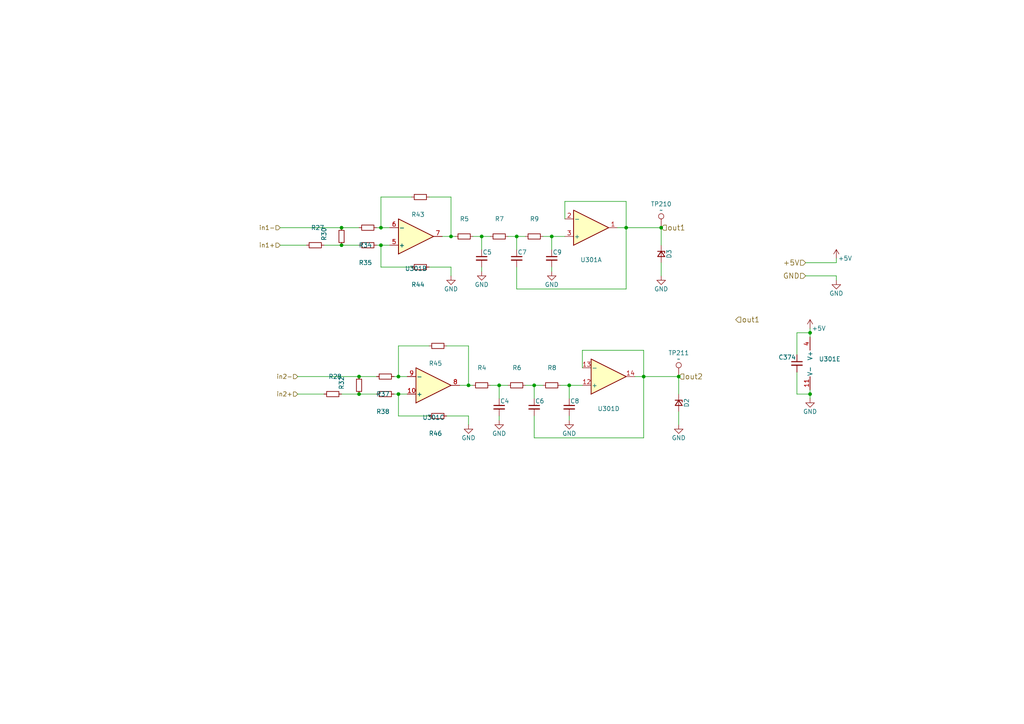
<source format=kicad_sch>
(kicad_sch (version 20211123) (generator eeschema)
  (paper "A4")
  (lib_symbols
    (symbol "Amplifier_Operational:LM324" (pin_names (offset 0.127))
      (property "Reference" "U" (at 0 5.08 0))
      (property "Value" "LM324" (at 0 -5.08 0))
      (symbol "LM324_1_1"
        (polyline (pts (xy -5.08 5.08) (xy 5.08 0) (xy -5.08 -5.08) (xy -5.08 5.08)) (stroke (width 0.254)) (fill (type background)))
        (pin output line (at 7.62 0 180) (length 2.54) (name "~") (number "1"))
        (pin input line (at -7.62 -2.54 0) (length 2.54) (name "-") (number "2"))
        (pin input line (at -7.62 2.54 0) (length 2.54) (name "+") (number "3"))
      )
      (symbol "LM324_2_1"
        (polyline (pts (xy -5.08 5.08) (xy 5.08 0) (xy -5.08 -5.08) (xy -5.08 5.08)) (stroke (width 0.254)) (fill (type background)))
        (pin input line (at -7.62 2.54 0) (length 2.54) (name "+") (number "5"))
        (pin input line (at -7.62 -2.54 0) (length 2.54) (name "-") (number "6"))
        (pin output line (at 7.62 0 180) (length 2.54) (name "~") (number "7"))
      )
      (symbol "LM324_3_1"
        (polyline (pts (xy -5.08 5.08) (xy 5.08 0) (xy -5.08 -5.08) (xy -5.08 5.08)) (stroke (width 0.254)) (fill (type background)))
        (pin input line (at -7.62 2.54 0) (length 2.54) (name "+") (number "10"))
        (pin output line (at 7.62 0 180) (length 2.54) (name "~") (number "8"))
        (pin input line (at -7.62 -2.54 0) (length 2.54) (name "-") (number "9"))
      )
      (symbol "LM324_4_1"
        (polyline (pts (xy -5.08 5.08) (xy 5.08 0) (xy -5.08 -5.08) (xy -5.08 5.08)) (stroke (width 0.254)) (fill (type background)))
        (pin input line (at -7.62 2.54 0) (length 2.54) (name "+") (number "12"))
        (pin input line (at -7.62 -2.54 0) (length 2.54) (name "-") (number "13"))
        (pin output line (at 7.62 0 180) (length 2.54) (name "~") (number "14"))
      )
      (symbol "LM324_5_1"
        (pin power_in line (at -2.54 -7.62 90) (length 3.81) (name "V-") (number "11"))
        (pin power_in line (at -2.54 7.62 270) (length 3.81) (name "V+") (number "4"))
      )
    )
    (symbol "Connector:TestPoint" (pin_numbers hide) (pin_names (offset 0.762) hide)
      (property "Reference" "TP" (at 0 6.858 0))
      (property "Value" "TestPoint" (at 0 5.08 0))
      (symbol "TestPoint_0_1"
        (circle (center 0 3.302) (radius 0.762))
      )
      (symbol "TestPoint_1_1"
        (pin passive line (at 0 0 90) (length 2.54) (name "1") (number "1"))
      )
    )
    (symbol "Device:C_Small" (pin_numbers hide) (pin_names (offset 0.254) hide)
      (property "Reference" "C" (at 0.254 1.778 0))
      (property "Value" "C_Small" (at 0.254 -2.032 0))
      (symbol "C_Small_0_1"
        (polyline (pts (xy -1.524 -0.508) (xy 1.524 -0.508)) (stroke (width 0.3302)))
        (polyline (pts (xy -1.524 0.508) (xy 1.524 0.508)) (stroke (width 0.3048)))
      )
      (symbol "C_Small_1_1"
        (pin passive line (at 0 2.54 270) (length 2.032) (name "~") (number "1"))
        (pin passive line (at 0 -2.54 90) (length 2.032) (name "~") (number "2"))
      )
    )
    (symbol "Módulo-temperatura-rescue:C_Small-Device" (pin_numbers hide) (pin_names (offset 0.254) hide)
      (property "Reference" "C" (at 0.254 1.778 0))
      (property "Value" "C_Small-Device" (at 0.254 -2.032 0))
      (symbol "C_Small-Device_0_1"
        (polyline (pts (xy -1.524 -0.508) (xy 1.524 -0.508)) (stroke (width 0.3302)))
        (polyline (pts (xy -1.524 0.508) (xy 1.524 0.508)) (stroke (width 0.3048)))
      )
      (symbol "C_Small-Device_1_1"
        (pin passive line (at 0 2.54 270) (length 2.032) (name "~") (number "1"))
        (pin passive line (at 0 -2.54 90) (length 2.032) (name "~") (number "2"))
      )
    )
    (symbol "Módulo-temperatura-rescue:D_Zener_Small-Device" (pin_numbers hide) (pin_names (offset 0.254) hide)
      (property "Reference" "D" (at 0 2.286 0))
      (property "Value" "D_Zener_Small-Device" (at 0 -2.286 0))
      (symbol "D_Zener_Small-Device_0_1"
        (polyline (pts (xy 0.762 0) (xy -0.762 0)))
        (polyline (pts (xy -0.254 1.016) (xy -0.762 1.016) (xy -0.762 -1.016)) (stroke (width 0.254)))
        (polyline (pts (xy 0.762 1.016) (xy -0.762 0) (xy 0.762 -1.016) (xy 0.762 1.016)) (stroke (width 0.254)))
      )
      (symbol "D_Zener_Small-Device_1_1"
        (pin passive line (at -2.54 0 0) (length 1.778) (name "K") (number "1"))
        (pin passive line (at 2.54 0 180) (length 1.778) (name "A") (number "2"))
      )
    )
    (symbol "Módulo-temperatura-rescue:LM324-Amplifier_Operational" (pin_names (offset 0.127))
      (property "Reference" "U" (at 0 5.08 0))
      (property "Value" "LM324-Amplifier_Operational" (at 0 -5.08 0))
      (symbol "LM324-Amplifier_Operational_1_1"
        (polyline (pts (xy -5.08 5.08) (xy 5.08 0) (xy -5.08 -5.08) (xy -5.08 5.08)) (stroke (width 0.254)) (fill (type background)))
        (pin output line (at 7.62 0 180) (length 2.54) (name "~") (number "1"))
        (pin input line (at -7.62 -2.54 0) (length 2.54) (name "-") (number "2"))
        (pin input line (at -7.62 2.54 0) (length 2.54) (name "+") (number "3"))
      )
      (symbol "LM324-Amplifier_Operational_2_1"
        (polyline (pts (xy -5.08 5.08) (xy 5.08 0) (xy -5.08 -5.08) (xy -5.08 5.08)) (stroke (width 0.254)) (fill (type background)))
        (pin input line (at -7.62 2.54 0) (length 2.54) (name "+") (number "5"))
        (pin input line (at -7.62 -2.54 0) (length 2.54) (name "-") (number "6"))
        (pin output line (at 7.62 0 180) (length 2.54) (name "~") (number "7"))
      )
      (symbol "LM324-Amplifier_Operational_3_1"
        (polyline (pts (xy -5.08 5.08) (xy 5.08 0) (xy -5.08 -5.08) (xy -5.08 5.08)) (stroke (width 0.254)) (fill (type background)))
        (pin input line (at -7.62 2.54 0) (length 2.54) (name "+") (number "10"))
        (pin output line (at 7.62 0 180) (length 2.54) (name "~") (number "8"))
        (pin input line (at -7.62 -2.54 0) (length 2.54) (name "-") (number "9"))
      )
      (symbol "LM324-Amplifier_Operational_4_1"
        (polyline (pts (xy -5.08 5.08) (xy 5.08 0) (xy -5.08 -5.08) (xy -5.08 5.08)) (stroke (width 0.254)) (fill (type background)))
        (pin input line (at -7.62 2.54 0) (length 2.54) (name "+") (number "12"))
        (pin input line (at -7.62 -2.54 0) (length 2.54) (name "-") (number "13"))
        (pin output line (at 7.62 0 180) (length 2.54) (name "~") (number "14"))
      )
      (symbol "LM324-Amplifier_Operational_5_1"
        (pin power_in line (at -2.54 -7.62 90) (length 3.81) (name "V-") (number "11"))
        (pin power_in line (at -2.54 7.62 270) (length 3.81) (name "V+") (number "4"))
      )
    )
    (symbol "Módulo-temperatura-rescue:R_Small-Device" (pin_numbers hide) (pin_names (offset 0.254) hide)
      (property "Reference" "R" (at 0.762 0.508 0))
      (property "Value" "R_Small-Device" (at 0.762 -1.016 0))
      (symbol "R_Small-Device_0_1"
        (rectangle (start -0.762 1.778) (end 0.762 -1.778) (stroke (width 0.2032)))
      )
      (symbol "R_Small-Device_1_1"
        (pin passive line (at 0 2.54 270) (length 0.762) (name "~") (number "1"))
        (pin passive line (at 0 -2.54 90) (length 0.762) (name "~") (number "2"))
      )
    )
    (symbol "power:+5V" (power) (pin_names (offset 0))
      (property "Value" "+5V" (at 0 3.556 0))
      (symbol "+5V_0_1"
        (polyline (pts (xy -0.762 1.27) (xy 0 2.54)))
        (polyline (pts (xy 0 0) (xy 0 2.54)))
        (polyline (pts (xy 0 2.54) (xy 0.762 1.27)))
      )
      (symbol "+5V_1_1"
        (pin power_in line (at 0 0 90) (length 0) hide (name "+5V") (number "1"))
      )
    )
    (symbol "power:GND" (power) (pin_names (offset 0))
      (property "Value" "GND" (at 0 -3.81 0))
      (symbol "GND_0_1"
        (polyline (pts (xy 0 0) (xy 0 -1.27) (xy 1.27 -1.27) (xy 0 -2.54) (xy -1.27 -1.27) (xy 0 -1.27)))
      )
      (symbol "GND_1_1"
        (pin power_in line (at 0 0 270) (length 0) hide (name "GND") (number "1"))
      )
    )
  )
  (junction (at 104.14 114.3))
  (junction (at 186.69 109.22))
  (junction (at 191.77 66.04))
  (junction (at 110.49 71.12))
  (junction (at 160.02 68.58))
  (junction (at 99.06 71.12))
  (junction (at 135.89 111.76))
  (junction (at 139.7 68.58))
  (junction (at 144.78 111.76))
  (junction (at 165.1 111.76))
  (junction (at 115.57 114.3))
  (junction (at 149.86 68.58))
  (junction (at 130.81 68.58))
  (junction (at 181.61 66.04))
  (junction (at 196.85 109.22))
  (junction (at 104.14 109.22))
  (junction (at 99.06 66.04))
  (junction (at 234.95 114.3))
  (junction (at 115.57 109.22))
  (junction (at 110.49 66.04))
  (junction (at 154.94 111.76))
  (junction (at 234.95 96.52))
  (wire (pts (xy 144.78 115.57) (xy 144.78 111.76)))
  (wire (pts (xy 130.81 68.58) (xy 130.81 57.15)))
  (wire (pts (xy 242.57 76.2) (xy 233.68 76.2)))
  (wire (pts (xy 114.3 114.3) (xy 115.57 114.3)))
  (wire (pts (xy 234.95 96.52) (xy 231.14 96.52)))
  (wire (pts (xy 154.94 115.57) (xy 154.94 111.76)))
  (wire (pts (xy 191.77 71.12) (xy 191.77 66.04)))
  (wire (pts (xy 99.06 71.12) (xy 93.98 71.12)))
  (wire (pts (xy 115.57 109.22) (xy 118.11 109.22)))
  (wire (pts (xy 163.83 58.42) (xy 163.83 63.5)))
  (wire (pts (xy 160.02 68.58) (xy 163.83 68.58)))
  (wire (pts (xy 179.07 66.04) (xy 181.61 66.04)))
  (wire (pts (xy 181.61 66.04) (xy 191.77 66.04)))
  (wire (pts (xy 186.69 109.22) (xy 186.69 127)))
  (wire (pts (xy 110.49 66.04) (xy 113.03 66.04)))
  (wire (pts (xy 110.49 71.12) (xy 110.49 77.47)))
  (wire (pts (xy 181.61 58.42) (xy 181.61 66.04)))
  (wire (pts (xy 184.15 109.22) (xy 186.69 109.22)))
  (wire (pts (xy 181.61 66.04) (xy 181.61 83.82)))
  (wire (pts (xy 181.61 83.82) (xy 149.86 83.82)))
  (wire (pts (xy 104.14 66.04) (xy 99.06 66.04)))
  (wire (pts (xy 231.14 96.52) (xy 231.14 102.87)))
  (wire (pts (xy 110.49 66.04) (xy 109.22 66.04)))
  (wire (pts (xy 154.94 127) (xy 186.69 127)))
  (wire (pts (xy 152.4 111.76) (xy 154.94 111.76)))
  (wire (pts (xy 115.57 109.22) (xy 114.3 109.22)))
  (wire (pts (xy 157.48 68.58) (xy 160.02 68.58)))
  (wire (pts (xy 154.94 111.76) (xy 157.48 111.76)))
  (wire (pts (xy 196.85 119.38) (xy 196.85 123.19)))
  (wire (pts (xy 234.95 114.3) (xy 231.14 114.3)))
  (wire (pts (xy 234.95 113.03) (xy 234.95 114.3)))
  (wire (pts (xy 186.69 109.22) (xy 196.85 109.22)))
  (wire (pts (xy 234.95 114.3) (xy 234.95 115.57)))
  (wire (pts (xy 124.46 77.47) (xy 130.81 77.47)))
  (wire (pts (xy 110.49 77.47) (xy 119.38 77.47)))
  (wire (pts (xy 233.68 80.01) (xy 242.57 80.01)))
  (wire (pts (xy 186.69 101.6) (xy 186.69 109.22)))
  (wire (pts (xy 86.36 109.22) (xy 104.14 109.22)))
  (wire (pts (xy 139.7 78.74) (xy 139.7 77.47)))
  (wire (pts (xy 168.91 101.6) (xy 168.91 106.68)))
  (wire (pts (xy 128.27 68.58) (xy 130.81 68.58)))
  (wire (pts (xy 109.22 114.3) (xy 104.14 114.3)))
  (wire (pts (xy 104.14 71.12) (xy 99.06 71.12)))
  (wire (pts (xy 130.81 68.58) (xy 132.08 68.58)))
  (wire (pts (xy 135.89 120.65) (xy 135.89 123.19)))
  (wire (pts (xy 160.02 68.58) (xy 160.02 72.39)))
  (wire (pts (xy 115.57 114.3) (xy 118.11 114.3)))
  (wire (pts (xy 124.46 100.33) (xy 115.57 100.33)))
  (wire (pts (xy 142.24 111.76) (xy 144.78 111.76)))
  (wire (pts (xy 149.86 83.82) (xy 149.86 77.47)))
  (wire (pts (xy 160.02 77.47) (xy 160.02 78.74)))
  (wire (pts (xy 110.49 71.12) (xy 113.03 71.12)))
  (wire (pts (xy 147.32 68.58) (xy 149.86 68.58)))
  (wire (pts (xy 149.86 68.58) (xy 152.4 68.58)))
  (wire (pts (xy 242.57 80.01) (xy 242.57 81.28)))
  (wire (pts (xy 86.36 114.3) (xy 93.98 114.3)))
  (wire (pts (xy 130.81 57.15) (xy 124.46 57.15)))
  (wire (pts (xy 81.28 66.04) (xy 99.06 66.04)))
  (wire (pts (xy 231.14 114.3) (xy 231.14 107.95)))
  (wire (pts (xy 144.78 121.92) (xy 144.78 120.65)))
  (wire (pts (xy 163.83 58.42) (xy 181.61 58.42)))
  (wire (pts (xy 115.57 120.65) (xy 124.46 120.65)))
  (wire (pts (xy 135.89 111.76) (xy 135.89 100.33)))
  (wire (pts (xy 104.14 114.3) (xy 99.06 114.3)))
  (wire (pts (xy 196.85 114.3) (xy 196.85 109.22)))
  (wire (pts (xy 137.16 68.58) (xy 139.7 68.58)))
  (wire (pts (xy 129.54 120.65) (xy 135.89 120.65)))
  (wire (pts (xy 115.57 100.33) (xy 115.57 109.22)))
  (wire (pts (xy 139.7 72.39) (xy 139.7 68.58)))
  (wire (pts (xy 110.49 57.15) (xy 110.49 66.04)))
  (wire (pts (xy 234.95 95.25) (xy 234.95 96.52)))
  (wire (pts (xy 149.86 72.39) (xy 149.86 68.58)))
  (wire (pts (xy 162.56 111.76) (xy 165.1 111.76)))
  (wire (pts (xy 144.78 111.76) (xy 147.32 111.76)))
  (wire (pts (xy 242.57 74.93) (xy 242.57 76.2)))
  (wire (pts (xy 130.81 77.47) (xy 130.81 80.01)))
  (wire (pts (xy 81.28 71.12) (xy 88.9 71.12)))
  (wire (pts (xy 139.7 68.58) (xy 142.24 68.58)))
  (wire (pts (xy 191.77 76.2) (xy 191.77 80.01)))
  (wire (pts (xy 135.89 100.33) (xy 129.54 100.33)))
  (wire (pts (xy 165.1 111.76) (xy 168.91 111.76)))
  (wire (pts (xy 109.22 109.22) (xy 104.14 109.22)))
  (wire (pts (xy 115.57 114.3) (xy 115.57 120.65)))
  (wire (pts (xy 165.1 111.76) (xy 165.1 115.57)))
  (wire (pts (xy 154.94 127) (xy 154.94 120.65)))
  (wire (pts (xy 135.89 111.76) (xy 137.16 111.76)))
  (wire (pts (xy 109.22 71.12) (xy 110.49 71.12)))
  (wire (pts (xy 133.35 111.76) (xy 135.89 111.76)))
  (wire (pts (xy 119.38 57.15) (xy 110.49 57.15)))
  (wire (pts (xy 234.95 96.52) (xy 234.95 97.79)))
  (wire (pts (xy 165.1 120.65) (xy 165.1 121.92)))
  (wire (pts (xy 168.91 101.6) (xy 186.69 101.6)))
  (hierarchical_label "out1" (shape input) (at 213.36 92.71 0) (effects (font (size 1.524 1.524))))
  (hierarchical_label "out1" (shape input) (at 191.77 66.04 0) (effects (font (size 1.524 1.524))))
  (hierarchical_label "+5V" (shape input) (at 233.68 76.2 180) (effects (font (size 1.524 1.524))))
  (hierarchical_label "GND" (shape input) (at 233.68 80.01 180) (effects (font (size 1.524 1.524))))
  (hierarchical_label "in1-" (shape input) (at 81.28 66.04 180))
  (hierarchical_label "in2+" (shape input) (at 86.36 114.3 180))
  (hierarchical_label "in2-" (shape input) (at 86.36 109.22 180))
  (hierarchical_label "out2" (shape input) (at 196.85 109.22 0) (effects (font (size 1.524 1.524))))
  (hierarchical_label "in1+" (shape input) (at 81.28 71.12 180))
  (symbol (lib_id "Módulo-temperatura-rescue:D_Zener_Small-Device") (at 191.77 73.66 270) (unit 1)
    (property "Reference" "D3" (at 194.056 73.66 0))
  )
  (symbol (lib_id "Módulo-temperatura-rescue:C_Small-Device") (at 144.78 118.11 0) (unit 1)
    (property "Reference" "C4" (at 145.034 116.332 0) (effects (justify left)))
  )
  (symbol (lib_id "Módulo-temperatura-rescue:R_Small-Device") (at 106.68 71.12 90) (unit 1)
    (property "Reference" "R35" (at 107.95 76.2 90) (effects (justify left)))
  )
  (symbol (lib_id "Módulo-temperatura-rescue:R_Small-Device") (at 149.86 111.76 270) (unit 1)
    (property "Reference" "R6" (at 148.59 106.68 90) (effects (justify left)))
  )
  (symbol (lib_id "Módulo-temperatura-rescue:R_Small-Device") (at 127 120.65 90) (unit 1)
    (property "Reference" "R46" (at 128.27 125.73 90) (effects (justify left)))
  )
  (symbol (lib_id "power:GND") (at 160.02 78.74 0) (unit 1)
    (property "Reference" "#PWR0119" (effects hide))
  )
  (symbol (lib_id "power:GND") (at 139.7 78.74 0) (unit 1)
    (property "Reference" "#PWR0112" (effects hide))
  )
  (symbol (lib_id "power:GND") (at 144.78 121.92 0) (unit 1)
    (property "Reference" "#PWR0115" (effects hide))
  )
  (symbol (lib_id "power:GND") (at 165.1 121.92 0) (unit 1)
    (property "Reference" "#PWR0117" (effects hide))
  )
  (symbol (lib_id "Módulo-temperatura-rescue:R_Small-Device") (at 127 100.33 90) (unit 1)
    (property "Reference" "R45" (at 128.27 105.41 90) (effects (justify left)))
  )
  (symbol (lib_id "Módulo-temperatura-rescue:R_Small-Device") (at 96.52 114.3 270) (unit 1)
    (property "Reference" "R28" (at 95.25 109.22 90) (effects (justify left)))
  )
  (symbol (lib_id "Connector:TestPoint") (at 191.77 66.04 0) (unit 1)
    (property "Reference" "TP210" (at 191.77 59.182 0))
    (property "Value" "~" (at 191.77 60.96 0))
  )
  (symbol (lib_id "Módulo-temperatura-rescue:R_Small-Device") (at 134.62 68.58 270) (unit 1)
    (property "Reference" "R5" (at 133.35 63.5 90) (effects (justify left)))
  )
  (symbol (lib_id "Módulo-temperatura-rescue:R_Small-Device") (at 111.76 114.3 90) (unit 1)
    (property "Reference" "R38" (at 113.03 119.38 90) (effects (justify left)))
  )
  (symbol (lib_id "Módulo-temperatura-rescue:R_Small-Device") (at 104.14 111.76 0) (unit 1)
    (property "Reference" "R32" (at 99.06 113.03 90) (effects (justify left)))
  )
  (symbol (lib_id "Módulo-temperatura-rescue:R_Small-Device") (at 139.7 111.76 270) (unit 1)
    (property "Reference" "R4" (at 138.43 106.68 90) (effects (justify left)))
  )
  (symbol (lib_id "Connector:TestPoint") (at 196.85 109.22 0) (unit 1)
    (property "Reference" "TP211" (at 196.85 102.362 0))
    (property "Value" "~" (at 196.85 104.14 0))
  )
  (symbol (lib_id "Módulo-temperatura-rescue:C_Small-Device") (at 165.1 118.11 0) (unit 1)
    (property "Reference" "C8" (at 165.354 116.332 0) (effects (justify left)))
  )
  (symbol (lib_id "Módulo-temperatura-rescue:C_Small-Device") (at 149.86 74.93 0) (unit 1)
    (property "Reference" "C7" (at 150.114 73.152 0) (effects (justify left)))
  )
  (symbol (lib_id "power:+5V") (at 242.57 74.93 0) (unit 1)
    (property "Reference" "#PWR0207" (effects hide))
  )
  (symbol (lib_id "power:+5V") (at 234.95 95.25 0) (unit 1)
    (property "Reference" "#PWR0205" (effects hide))
  )
  (symbol (lib_id "Módulo-temperatura-rescue:R_Small-Device") (at 106.68 66.04 90) (unit 1)
    (property "Reference" "R34" (at 107.95 71.12 90) (effects (justify left)))
  )
  (symbol (lib_id "Módulo-temperatura-rescue:C_Small-Device") (at 139.7 74.93 0) (unit 1)
    (property "Reference" "C5" (at 139.954 73.152 0) (effects (justify left)))
  )
  (symbol (lib_id "Módulo-temperatura-rescue:C_Small-Device") (at 154.94 118.11 0) (unit 1)
    (property "Reference" "C6" (at 155.194 116.332 0) (effects (justify left)))
  )
  (symbol (lib_id "Módulo-temperatura-rescue:C_Small-Device") (at 160.02 74.93 0) (unit 1)
    (property "Reference" "C9" (at 160.274 73.152 0) (effects (justify left)))
  )
  (symbol (lib_id "Módulo-temperatura-rescue:R_Small-Device") (at 99.06 68.58 0) (unit 1)
    (property "Reference" "R30" (at 93.98 69.85 90) (effects (justify left)))
  )
  (symbol (lib_id "Módulo-temperatura-rescue:LM324-Amplifier_Operational") (at 176.53 109.22 0) (mirror x) (unit 4)
    (property "Reference" "U301" (at 176.53 118.5418 0))
    (property "Datasheet" "http://www.ti.com/lit/ds/symlink/lm2902-n.pdf" (effects hide))
  )
  (symbol (lib_id "Módulo-temperatura-rescue:LM324-Amplifier_Operational") (at 171.45 66.04 0) (mirror x) (unit 1)
    (property "Reference" "U301" (at 171.45 75.3618 0))
    (property "Datasheet" "http://www.ti.com/lit/ds/symlink/lm2902-n.pdf" (effects hide))
  )
  (symbol (lib_id "Amplifier_Operational:LM324") (at 232.41 105.41 0) (mirror y) (unit 5)
    (property "Reference" "U301" (at 237.49 104.14 0) (effects (justify right)))
    (property "Datasheet" "http://www.ti.com/lit/ds/symlink/lm2902-n.pdf" (effects hide))
  )
  (symbol (lib_id "Módulo-temperatura-rescue:R_Small-Device") (at 144.78 68.58 270) (unit 1)
    (property "Reference" "R7" (at 143.51 63.5 90) (effects (justify left)))
  )
  (symbol (lib_id "Módulo-temperatura-rescue:R_Small-Device") (at 160.02 111.76 270) (unit 1)
    (property "Reference" "R8" (at 158.75 106.68 90) (effects (justify left)))
  )
  (symbol (lib_id "Módulo-temperatura-rescue:LM324-Amplifier_Operational") (at 125.73 111.76 0) (mirror x) (unit 3)
    (property "Reference" "U301" (at 125.73 121.0818 0))
    (property "Datasheet" "http://www.ti.com/lit/ds/symlink/lm2902-n.pdf" (effects hide))
  )
  (symbol (lib_id "Módulo-temperatura-rescue:R_Small-Device") (at 121.92 57.15 90) (unit 1)
    (property "Reference" "R43" (at 123.19 62.23 90) (effects (justify left)))
  )
  (symbol (lib_id "power:GND") (at 135.89 123.19 0) (unit 1)
    (property "Reference" "#PWR0113" (effects hide))
  )
  (symbol (lib_id "Módulo-temperatura-rescue:R_Small-Device") (at 121.92 77.47 90) (unit 1)
    (property "Reference" "R44" (at 123.19 82.55 90) (effects (justify left)))
  )
  (symbol (lib_id "Módulo-temperatura-rescue:LM324-Amplifier_Operational") (at 120.65 68.58 0) (mirror x) (unit 2)
    (property "Reference" "U301" (at 120.65 77.9018 0))
    (property "Datasheet" "http://www.ti.com/lit/ds/symlink/lm2902-n.pdf" (effects hide))
  )
  (symbol (lib_id "Device:C_Small") (at 231.14 105.41 0) (mirror y) (unit 1)
    (property "Reference" "C374" (at 230.886 103.632 0) (effects (justify left)))
  )
  (symbol (lib_id "power:GND") (at 242.57 81.28 0) (unit 1)
    (property "Reference" "#PWR0208" (effects hide))
  )
  (symbol (lib_id "Módulo-temperatura-rescue:R_Small-Device") (at 91.44 71.12 270) (unit 1)
    (property "Reference" "R27" (at 90.17 66.04 90) (effects (justify left)))
  )
  (symbol (lib_id "power:GND") (at 191.77 80.01 0) (unit 1)
    (property "Reference" "#PWR0118" (effects hide))
  )
  (symbol (lib_id "power:GND") (at 234.95 115.57 0) (unit 1)
    (property "Reference" "#PWR0206" (effects hide))
  )
  (symbol (lib_id "Módulo-temperatura-rescue:R_Small-Device") (at 111.76 109.22 90) (unit 1)
    (property "Reference" "R37" (at 113.03 114.3 90) (effects (justify left)))
  )
  (symbol (lib_id "power:GND") (at 130.81 80.01 0) (unit 1)
    (property "Reference" "#PWR0111" (effects hide))
  )
  (symbol (lib_id "power:GND") (at 196.85 123.19 0) (unit 1)
    (property "Reference" "#PWR0116" (effects hide))
  )
  (symbol (lib_id "Módulo-temperatura-rescue:D_Zener_Small-Device") (at 196.85 116.84 270) (unit 1)
    (property "Reference" "D2" (at 199.136 116.84 0))
  )
  (symbol (lib_id "Módulo-temperatura-rescue:R_Small-Device") (at 154.94 68.58 270) (unit 1)
    (property "Reference" "R9" (at 153.67 63.5 90) (effects (justify left)))
  )
)
</source>
